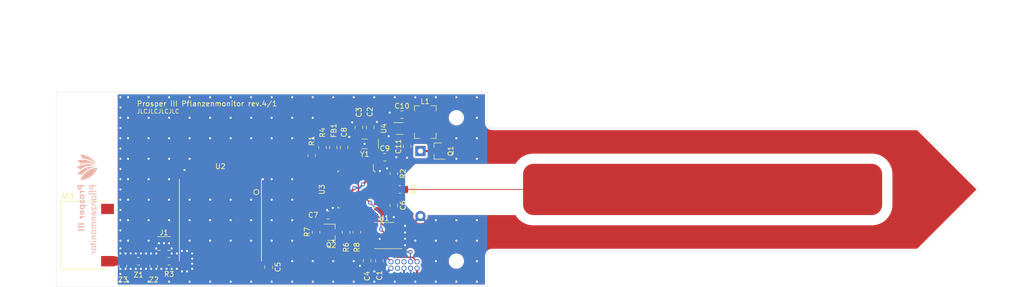
<source format=kicad_pcb>
(kicad_pcb (version 20171130) (host pcbnew "(5.1.12-1-10_14)")
  (layers (0 F.Cu signal) (31 B.Cu signal) (34 B.Paste user) (35 F.Paste user) (36 B.SilkS user) (37 F.SilkS user) (38 B.Mask user) (39 F.Mask user) (44 Edge.Cuts user))
  (net 0 "")
  (net 1 "Net-(AE1-Pad1)")
  (net 2 GND)
  (net 3 "Net-(BT1-Pad1)")
  (net 4 VI2C)
  (net 5 +3V3)
  (net 6 VIN_SENSE)
  (net 7 +3.3VA)
  (net 8 NRST)
  (net 9 "Net-(J1-Pad1)")
  (net 10 SWDIO)
  (net 11 SWCLK)
  (net 12 "Net-(J2-Pad8)")
  (net 13 "Net-(J2-Pad7)")
  (net 14 "Net-(J2-Pad6)")
  (net 15 "Net-(L1-Pad1)")
  (net 16 I2C_ENABLE)
  (net 17 SCL)
  (net 18 SDA)
  (net 19 RFM95_NRST)
  (net 20 MISO)
  (net 21 MOSI)
  (net 22 SCK)
  (net 23 RFM95_NSS)
  (net 24 RFM95_DIO5)
  (net 25 "Net-(U2-Pad11)")
  (net 26 "Net-(U2-Pad12)")
  (net 27 "Net-(U2-Pad16)")
  (net 28 TSC_IO1)
  (net 29 SENSOR_PLANE)
  (net 30 RFM95_DIO0)
  (net 31 RFM95_DIO1)
  (net 32 "Net-(C2-Pad1)")
  (net 33 "Net-(C3-Pad1)")
  (net 34 "Net-(R2-Pad1)")
  (net 35 "Net-(R3-Pad1)")
  (net 36 "Net-(R4-Pad2)")
  (net 37 "Net-(U3-Pad7)")
  (net 38 "Net-(U3-Pad21)")
  (net 39 "Net-(U3-Pad22)")
  (net 40 "Net-(U3-Pad25)")
  (net 41 "Net-(U3-Pad26)")
  (net 42 "Net-(U3-Pad29)")
  (net 43 "Net-(U3-Pad30)")
  (net 44 TSC_IO2)
  (module Resistor_SMD:R_0805_2012Metric_Pad1.20x1.40mm_HandSolder (layer F.Cu) (at 127 100 180)
    (fp_text reference R5 (at -2.7 0 90) (layer F.SilkS))
    (fp_text value 100)
    (pad 2 smd roundrect (at 1 0 180) (size 1.2 1.4) (layers F.Cu F.Paste F.Mask) (roundrect_rratio 0.2083325) (net 44 TSC_IO2))
    (pad 1 smd roundrect (at -1 0 180) (size 1.2 1.4) (layers F.Cu F.Paste F.Mask) (roundrect_rratio 0.2083325) (net 29 SENSOR_PLANE))
  )
  (module my-footprints-library:ProsperIIIPflanzenMonitorLogo (layer B.Cu) (at 66 103 270)
    (fp_text reference G*** hide)
    (fp_text value LOGO hide)
  )
  (module Crystal:Crystal_SMD_EuroQuartz_EQ161-2Pin_3.2x1.5mm_HandSoldering (layer F.Cu) (at 120.1 91.1 180)
    (fp_text reference Y1 (at -0.025 -2) (layer F.SilkS))
    (fp_text value 32768Hz)
    (pad 2 smd rect (at 1.625 0 180) (size 1.75 1.8) (layers F.Cu F.Paste F.Mask) (net 33 "Net-(C3-Pad1)"))
    (pad 1 smd rect (at -1.625 0 180) (size 1.75 1.8) (layers F.Cu F.Paste F.Mask) (net 32 "Net-(C2-Pad1)"))
  )
  (module Capacitor_SMD:C_0805_2012Metric_Pad1.18x1.45mm_HandSolder (layer F.Cu) (at 119 87.8625 90)
    (fp_text reference C3 (at 2.9125 0 270) (layer F.SilkS))
    (fp_text value 15pF)
    (pad 2 smd roundrect (at 1.0375 0 90) (size 1.175 1.45) (layers F.Cu F.Paste F.Mask) (roundrect_rratio 0.2127659574468085) (net 2 GND))
    (pad 1 smd roundrect (at -1.0375 0 90) (size 1.175 1.45) (layers F.Cu F.Paste F.Mask) (roundrect_rratio 0.2127659574468085) (net 33 "Net-(C3-Pad1)"))
  )
  (module Capacitor_SMD:C_0805_2012Metric_Pad1.18x1.45mm_HandSolder (layer F.Cu) (at 121.2 87.8625 90)
    (fp_text reference C2 (at 3.0125 -0.05 90) (layer F.SilkS))
    (fp_text value 15pF)
    (pad 2 smd roundrect (at 1.0375 0 90) (size 1.175 1.45) (layers F.Cu F.Paste F.Mask) (roundrect_rratio 0.2127659574468085) (net 2 GND))
    (pad 1 smd roundrect (at -1.0375 0 90) (size 1.175 1.45) (layers F.Cu F.Paste F.Mask) (roundrect_rratio 0.2127659574468085) (net 32 "Net-(C2-Pad1)"))
  )
  (module MountingHole:MountingHole_2.2mm_M2 (layer F.Cu) (at 138 114)
    (fp_text reference H3 hide)
    (fp_text value MountingHole)
    (pad 1 np_thru_hole circle (at 0 0) (size 2.2 2.2) (drill 2.2) (layers *.Cu *.Mask))
  )
  (module MountingHole:MountingHole_2.2mm_M2 (layer F.Cu) (at 138 86)
    (fp_text reference H2 hide)
    (fp_text value MountingHole)
    (pad 1 np_thru_hole circle (at 0 0) (size 2.2 2.2) (drill 2.2) (layers *.Cu *.Mask))
  )
  (module MountingHole:MountingHole_2.2mm_M2 (layer F.Cu) (at 65 86)
    (fp_text reference H1 hide)
    (fp_text value MountingHole)
    (pad 1 np_thru_hole circle (at 0 0) (size 2.2 2.2) (drill 2.2) (layers *.Cu *.Mask))
  )
  (module my-footprints-library:BatteryHolder_Keystone_2468_2xAAA_NoSilkscreen (layer B.Cu) (at 131 92.5 180)
    (fp_text reference BT1 hide)
    (fp_text value Keystone-2462)
    (pad 2 thru_hole circle (at 0 -12.7 180) (size 2 2) (drill 1.02) (layers *.Cu *.Mask) (net 2 GND))
    (pad 1 thru_hole rect (at 0 0 180) (size 2 2) (drill 1.02) (layers *.Cu *.Mask) (net 3 "Net-(BT1-Pad1)"))
  )
  (module my-footprints-library:SHF-105-01-L-D-TH_NoSilkscreen (layer B.Cu) (at 127.8 114.75 180)
    (fp_text reference J2 hide)
    (fp_text value SHF-105-01-L-D-TH)
    (pad 2 thru_hole circle (at -2.54 0.635 180) (size 1 1) (drill 0.65) (layers *.Cu *.Mask) (net 10 SWDIO))
    (pad 4 thru_hole circle (at -1.27 0.635 180) (size 1 1) (drill 0.65) (layers *.Cu *.Mask) (net 11 SWCLK))
    (pad 10 thru_hole circle (at 2.54 0.635 180) (size 1 1) (drill 0.65) (layers *.Cu *.Mask) (net 8 NRST))
    (pad 8 thru_hole circle (at 1.27 0.635 180) (size 1 1) (drill 0.65) (layers *.Cu *.Mask) (net 12 "Net-(J2-Pad8)"))
    (pad 9 thru_hole circle (at 2.54 -0.635 180) (size 1 1) (drill 0.65) (layers *.Cu *.Mask) (net 2 GND))
    (pad 7 thru_hole circle (at 1.27 -0.635 180) (size 1 1) (drill 0.65) (layers *.Cu *.Mask) (net 13 "Net-(J2-Pad7)"))
    (pad 1 thru_hole circle (at -2.54 -0.635 180) (size 1 1) (drill 0.65) (layers *.Cu *.Mask) (net 5 +3V3))
    (pad 3 thru_hole circle (at -1.27 -0.635 180) (size 1 1) (drill 0.65) (layers *.Cu *.Mask) (net 2 GND))
    (pad 6 thru_hole circle (at 0 0.635 180) (size 1 1) (drill 0.65) (layers *.Cu *.Mask) (net 14 "Net-(J2-Pad6)"))
    (pad 5 thru_hole circle (at 0 -0.635 180) (size 1 1) (drill 0.65) (layers *.Cu *.Mask) (net 2 GND))
  )
  (module Capacitor_SMD:C_0805_2012Metric_Pad1.18x1.45mm_HandSolder (layer F.Cu) (at 125.8 103.1375 270)
    (fp_text reference C6 (at -0.0375 -1.8 90) (layer F.SilkS))
    (fp_text value 100nF)
    (pad 2 smd roundrect (at 1.0375 0 270) (size 1.175 1.45) (layers F.Cu F.Paste F.Mask) (roundrect_rratio 0.2127659574468085) (net 2 GND))
    (pad 1 smd roundrect (at -1.0375 0 270) (size 1.175 1.45) (layers F.Cu F.Paste F.Mask) (roundrect_rratio 0.2127659574468085) (net 28 TSC_IO1))
  )
  (module Resistor_SMD:R_0805_2012Metric_Pad1.20x1.40mm_HandSolder (layer F.Cu) (at 73 115 90)
    (fp_text reference Z3 (at -2.625 0) (layer F.SilkS))
    (fp_text value 900fF)
    (pad 2 smd roundrect (at 1 0 90) (size 1.2 1.4) (layers F.Cu F.Paste F.Mask) (roundrect_rratio 0.2083325) (net 1 "Net-(AE1-Pad1)"))
    (pad 1 smd roundrect (at -1 0 90) (size 1.2 1.4) (layers F.Cu F.Paste F.Mask) (roundrect_rratio 0.2083325) (net 2 GND))
  )
  (module Resistor_SMD:R_0805_2012Metric_Pad1.20x1.40mm_HandSolder (layer F.Cu) (at 76 114 180)
    (fp_text reference Z1 (at -0.025 -2.675 180) (layer F.SilkS))
    (fp_text value 11nH)
    (pad 2 smd roundrect (at 1 0 180) (size 1.2 1.4) (layers F.Cu F.Paste F.Mask) (roundrect_rratio 0.2083325) (net 1 "Net-(AE1-Pad1)"))
    (pad 1 smd roundrect (at -1 0 180) (size 1.2 1.4) (layers F.Cu F.Paste F.Mask) (roundrect_rratio 0.2083325) (net 9 "Net-(J1-Pad1)"))
  )
  (module Resistor_SMD:R_0805_2012Metric_Pad1.20x1.40mm_HandSolder (layer F.Cu) (at 79 115 270)
    (fp_text reference Z2 (at 2.625 -0.025) (layer F.SilkS))
    (fp_text value NC)
    (pad 2 smd roundrect (at 1 0 270) (size 1.2 1.4) (layers F.Cu F.Paste F.Mask) (roundrect_rratio 0.2083325) (net 2 GND))
    (pad 1 smd roundrect (at -1 0 270) (size 1.2 1.4) (layers F.Cu F.Paste F.Mask) (roundrect_rratio 0.2083325) (net 9 "Net-(J1-Pad1)"))
  )
  (module my-footprints-library:LQFP-32_7x7mm_P0.8mm_HandSolder (layer F.Cu) (at 118.5 100 270)
    (fp_text reference U3 (at 0 6.7 270) (layer F.SilkS))
    (fp_text value STM32L412KB)
    (pad 1 smd roundrect (at -4.575 -2.8 270) (size 2.3 0.5) (layers F.Cu F.Paste F.Mask) (net 5 +3V3))
    (pad 2 smd roundrect (at -4.575 -2 270) (size 2.3 0.5) (layers F.Cu F.Paste F.Mask) (net 32 "Net-(C2-Pad1)"))
    (pad 3 smd roundrect (at -4.575 -1.2 270) (size 2.3 0.5) (layers F.Cu F.Paste F.Mask) (net 33 "Net-(C3-Pad1)"))
    (pad 4 smd roundrect (at -4.575 -0.4 270) (size 2.3 0.5) (layers F.Cu F.Paste F.Mask) (net 8 NRST))
    (pad 5 smd roundrect (at -4.575 0.4 270) (size 2.3 0.5) (layers F.Cu F.Paste F.Mask) (net 7 +3.3VA))
    (pad 6 smd roundrect (at -4.575 1.2 270) (size 2.3 0.5) (layers F.Cu F.Paste F.Mask) (net 36 "Net-(R4-Pad2)"))
    (pad 7 smd roundrect (at -4.575 2 270) (size 2.3 0.5) (layers F.Cu F.Paste F.Mask) (net 37 "Net-(U3-Pad7)"))
    (pad 8 smd roundrect (at -4.575 2.8 270) (size 2.3 0.5) (layers F.Cu F.Paste F.Mask) (net 24 RFM95_DIO5))
    (pad 9 smd roundrect (at -2.8 4.575 270) (size 0.5 2.3) (layers F.Cu F.Paste F.Mask) (net 19 RFM95_NRST))
    (pad 10 smd roundrect (at -2 4.575 270) (size 0.5 2.3) (layers F.Cu F.Paste F.Mask) (net 23 RFM95_NSS))
    (pad 11 smd roundrect (at -1.2 4.575 270) (size 0.5 2.3) (layers F.Cu F.Paste F.Mask) (net 22 SCK))
    (pad 12 smd roundrect (at -0.4 4.575 270) (size 0.5 2.3) (layers F.Cu F.Paste F.Mask) (net 20 MISO))
    (pad 13 smd roundrect (at 0.4 4.575 270) (size 0.5 2.3) (layers F.Cu F.Paste F.Mask) (net 21 MOSI))
    (pad 14 smd roundrect (at 1.2 4.575 270) (size 0.5 2.3) (layers F.Cu F.Paste F.Mask) (net 30 RFM95_DIO0))
    (pad 15 smd roundrect (at 2 4.575 270) (size 0.5 2.3) (layers F.Cu F.Paste F.Mask) (net 31 RFM95_DIO1))
    (pad 16 smd roundrect (at 2.8 4.575 270) (size 0.5 2.3) (layers F.Cu F.Paste F.Mask) (net 2 GND))
    (pad 17 smd roundrect (at 4.575 2.8 270) (size 2.3 0.5) (layers F.Cu F.Paste F.Mask) (net 5 +3V3))
    (pad 18 smd roundrect (at 4.575 2 270) (size 2.3 0.5) (layers F.Cu F.Paste F.Mask) (net 16 I2C_ENABLE))
    (pad 19 smd roundrect (at 4.575 1.2 270) (size 2.3 0.5) (layers F.Cu F.Paste F.Mask) (net 17 SCL))
    (pad 20 smd roundrect (at 4.575 0.4 270) (size 2.3 0.5) (layers F.Cu F.Paste F.Mask) (net 18 SDA))
    (pad 21 smd roundrect (at 4.575 -0.4 270) (size 2.3 0.5) (layers F.Cu F.Paste F.Mask) (net 38 "Net-(U3-Pad21)"))
    (pad 22 smd roundrect (at 4.575 -1.2 270) (size 2.3 0.5) (layers F.Cu F.Paste F.Mask) (net 39 "Net-(U3-Pad22)"))
    (pad 23 smd roundrect (at 4.575 -2 270) (size 2.3 0.5) (layers F.Cu F.Paste F.Mask) (net 10 SWDIO))
    (pad 24 smd roundrect (at 4.575 -2.8 270) (size 2.3 0.5) (layers F.Cu F.Paste F.Mask) (net 11 SWCLK))
    (pad 25 smd roundrect (at 2.8 -4.575 270) (size 0.5 2.3) (layers F.Cu F.Paste F.Mask) (net 40 "Net-(U3-Pad25)"))
    (pad 26 smd roundrect (at 2 -4.575 270) (size 0.5 2.3) (layers F.Cu F.Paste F.Mask) (net 41 "Net-(U3-Pad26)"))
    (pad 27 smd roundrect (at 1.2 -4.575 270) (size 0.5 2.3) (layers F.Cu F.Paste F.Mask) (net 28 TSC_IO1))
    (pad 28 smd roundrect (at 0.4 -4.575 270) (size 0.5 2.3) (layers F.Cu F.Paste F.Mask) (net 44 TSC_IO2))
    (pad 29 smd roundrect (at -0.4 -4.575 270) (size 0.5 2.3) (layers F.Cu F.Paste F.Mask) (net 42 "Net-(U3-Pad29)"))
    (pad 30 smd roundrect (at -1.2 -4.575 270) (size 0.5 2.3) (layers F.Cu F.Paste F.Mask) (net 43 "Net-(U3-Pad30)"))
    (pad 31 smd roundrect (at -2 -4.575 270) (size 0.5 2.3) (layers F.Cu F.Paste F.Mask) (net 34 "Net-(R2-Pad1)"))
    (pad 32 smd roundrect (at -2.8 -4.575 270) (size 0.5 2.3) (layers F.Cu F.Paste F.Mask) (net 2 GND))
  )
  (module Package_TO_SOT_SMD:SOT-363_SC-70-6_Handsoldering (layer F.Cu) (at 126.95 88.1)
    (fp_text reference U4 (at -3.1 0 270) (layer F.SilkS))
    (fp_text value TLV61225)
    (pad 6 smd rect (at 1.33 -0.65) (size 1.5 0.4) (layers F.Cu F.Paste F.Mask) (net 6 VIN_SENSE))
    (pad 5 smd rect (at 1.33 0) (size 1.5 0.4) (layers F.Cu F.Paste F.Mask) (net 15 "Net-(L1-Pad1)"))
    (pad 4 smd rect (at 1.33 0.65) (size 1.5 0.4) (layers F.Cu F.Paste F.Mask) (net 5 +3V3))
    (pad 3 smd rect (at -1.33 0.65) (size 1.5 0.4) (layers F.Cu F.Paste F.Mask) (net 2 GND))
    (pad 2 smd rect (at -1.33 0) (size 1.5 0.4) (layers F.Cu F.Paste F.Mask) (net 5 +3V3))
    (pad 1 smd rect (at -1.33 -0.65) (size 1.5 0.4) (layers F.Cu F.Paste F.Mask) (net 6 VIN_SENSE))
  )
  (module my-footprints-library:RFM95W (layer F.Cu) (at 92 106 270)
    (fp_text reference U2 (at -10.5 0 180) (layer F.SilkS))
    (fp_text value RFM95W)
    (pad 1 smd rect (at -8 -7 270) (size 2.5 1.2) (layers F.Cu F.Paste F.Mask) (net 2 GND))
    (pad 2 smd rect (at -8 -5 270) (size 2.5 1.2) (layers F.Cu F.Paste F.Mask) (net 20 MISO))
    (pad 3 smd rect (at -8 -3 270) (size 2.5 1.2) (layers F.Cu F.Paste F.Mask) (net 21 MOSI))
    (pad 4 smd rect (at -8 -1 270) (size 2.5 1.2) (layers F.Cu F.Paste F.Mask) (net 22 SCK))
    (pad 5 smd rect (at -8 1 270) (size 2.5 1.2) (layers F.Cu F.Paste F.Mask) (net 23 RFM95_NSS))
    (pad 6 smd rect (at -8 3 270) (size 2.5 1.2) (layers F.Cu F.Paste F.Mask) (net 19 RFM95_NRST))
    (pad 7 smd rect (at -8 5 270) (size 2.5 1.2) (layers F.Cu F.Paste F.Mask) (net 24 RFM95_DIO5))
    (pad 8 smd rect (at -8 7 270) (size 2.5 1.2) (layers F.Cu F.Paste F.Mask) (net 2 GND))
    (pad 9 smd rect (at 8 7 270) (size 2.5 1.2) (layers F.Cu F.Paste F.Mask) (net 35 "Net-(R3-Pad1)"))
    (pad 10 smd rect (at 8 5 270) (size 2.5 1.2) (layers F.Cu F.Paste F.Mask) (net 2 GND))
    (pad 11 smd rect (at 8 3 270) (size 2.5 1.2) (layers F.Cu F.Paste F.Mask) (net 25 "Net-(U2-Pad11)"))
    (pad 12 smd rect (at 8 1 270) (size 2.5 1.2) (layers F.Cu F.Paste F.Mask) (net 26 "Net-(U2-Pad12)"))
    (pad 13 smd rect (at 8 -1 270) (size 2.5 1.2) (layers F.Cu F.Paste F.Mask) (net 5 +3V3))
    (pad 14 smd rect (at 8 -3 270) (size 2.5 1.2) (layers F.Cu F.Paste F.Mask) (net 30 RFM95_DIO0))
    (pad 15 smd rect (at 8 -5 270) (size 2.5 1.2) (layers F.Cu F.Paste F.Mask) (net 31 RFM95_DIO1))
    (pad 16 smd rect (at 8 -7 270) (size 2.5 1.2) (layers F.Cu F.Paste F.Mask) (net 27 "Net-(U2-Pad16)"))
  )
  (module Package_SO:SOIC-8_3.9x4.9mm_P1.27mm (layer F.Cu) (at 123.95 109 180)
    (fp_text reference U1 (at 0.05 3.4 180) (layer F.SilkS))
    (fp_text value 24LC32)
    (pad 8 smd roundrect (at 2.475 -1.905 180) (size 1.95 0.6) (layers F.Cu F.Paste F.Mask) (net 4 VI2C))
    (pad 7 smd roundrect (at 2.475 -0.635 180) (size 1.95 0.6) (layers F.Cu F.Paste F.Mask) (net 2 GND))
    (pad 6 smd roundrect (at 2.475 0.635 180) (size 1.95 0.6) (layers F.Cu F.Paste F.Mask) (net 17 SCL))
    (pad 5 smd roundrect (at 2.475 1.905 180) (size 1.95 0.6) (layers F.Cu F.Paste F.Mask) (net 18 SDA))
    (pad 4 smd roundrect (at -2.475 1.905 180) (size 1.95 0.6) (layers F.Cu F.Paste F.Mask) (net 2 GND))
    (pad 3 smd roundrect (at -2.475 0.635 180) (size 1.95 0.6) (layers F.Cu F.Paste F.Mask) (net 2 GND))
    (pad 2 smd roundrect (at -2.475 -0.635 180) (size 1.95 0.6) (layers F.Cu F.Paste F.Mask) (net 2 GND))
    (pad 1 smd roundrect (at -2.475 -1.905 180) (size 1.95 0.6) (layers F.Cu F.Paste F.Mask) (net 2 GND))
  )
  (module Resistor_SMD:R_0805_2012Metric_Pad1.20x1.40mm_HandSolder (layer F.Cu) (at 125.8 96.9 90)
    (fp_text reference R2 (at 0 1.8 90) (layer F.SilkS))
    (fp_text value 10k)
    (pad 2 smd roundrect (at 1 0 90) (size 1.2 1.4) (layers F.Cu F.Paste F.Mask) (roundrect_rratio 0.2083325) (net 2 GND))
    (pad 1 smd roundrect (at -1 0 90) (size 1.2 1.4) (layers F.Cu F.Paste F.Mask) (roundrect_rratio 0.2083325) (net 34 "Net-(R2-Pad1)"))
  )
  (module Resistor_SMD:R_0805_2012Metric_Pad1.20x1.40mm_HandSolder (layer F.Cu) (at 111.9 91.8 270)
    (fp_text reference R4 (at -2.9 0 90) (layer F.SilkS))
    (fp_text value 100)
    (pad 2 smd roundrect (at 1 0 270) (size 1.2 1.4) (layers F.Cu F.Paste F.Mask) (roundrect_rratio 0.2083325) (net 36 "Net-(R4-Pad2)"))
    (pad 1 smd roundrect (at -1 0 270) (size 1.2 1.4) (layers F.Cu F.Paste F.Mask) (roundrect_rratio 0.2083325) (net 6 VIN_SENSE))
  )
  (module Resistor_SMD:R_0805_2012Metric_Pad1.20x1.40mm_HandSolder (layer F.Cu) (at 82 114 180)
    (fp_text reference R3 (at 0 -2.55 180) (layer F.SilkS))
    (fp_text value 0)
    (pad 2 smd roundrect (at 1 0 180) (size 1.2 1.4) (layers F.Cu F.Paste F.Mask) (roundrect_rratio 0.2083325) (net 9 "Net-(J1-Pad1)"))
    (pad 1 smd roundrect (at -1 0 180) (size 1.2 1.4) (layers F.Cu F.Paste F.Mask) (roundrect_rratio 0.2083325) (net 35 "Net-(R3-Pad1)"))
  )
  (module Resistor_SMD:R_0805_2012Metric_Pad1.20x1.40mm_HandSolder (layer F.Cu) (at 109.8 93.4 270)
    (fp_text reference R1 (at -2.9 0 90) (layer F.SilkS))
    (fp_text value 100k)
    (pad 2 smd roundrect (at 1 0 270) (size 1.2 1.4) (layers F.Cu F.Paste F.Mask) (roundrect_rratio 0.2083325) (net 19 RFM95_NRST))
    (pad 1 smd roundrect (at -1 0 270) (size 1.2 1.4) (layers F.Cu F.Paste F.Mask) (roundrect_rratio 0.2083325) (net 5 +3V3))
  )
  (module Resistor_SMD:R_0805_2012Metric_Pad1.20x1.40mm_HandSolder (layer F.Cu) (at 118.6 108.36 90)
    (fp_text reference R8 (at -2.94 0 90) (layer F.SilkS))
    (fp_text value 4.7k)
    (pad 2 smd roundrect (at 1 0 90) (size 1.2 1.4) (layers F.Cu F.Paste F.Mask) (roundrect_rratio 0.2083325) (net 18 SDA))
    (pad 1 smd roundrect (at -1 0 90) (size 1.2 1.4) (layers F.Cu F.Paste F.Mask) (roundrect_rratio 0.2083325) (net 4 VI2C))
  )
  (module Resistor_SMD:R_0805_2012Metric_Pad1.20x1.40mm_HandSolder (layer F.Cu) (at 116.5 108.36 90)
    (fp_text reference R6 (at -2.94 0 90) (layer F.SilkS))
    (fp_text value 4.7k)
    (pad 2 smd roundrect (at 1 0 90) (size 1.2 1.4) (layers F.Cu F.Paste F.Mask) (roundrect_rratio 0.2083325) (net 17 SCL))
    (pad 1 smd roundrect (at -1 0 90) (size 1.2 1.4) (layers F.Cu F.Paste F.Mask) (roundrect_rratio 0.2083325) (net 4 VI2C))
  )
  (module Resistor_SMD:R_0805_2012Metric_Pad1.20x1.40mm_HandSolder (layer F.Cu) (at 110.65 108.36 270)
    (fp_text reference R7 (at -0.06 1.75 270) (layer F.SilkS))
    (fp_text value 100k)
    (pad 2 smd roundrect (at 1 0 270) (size 1.2 1.4) (layers F.Cu F.Paste F.Mask) (roundrect_rratio 0.2083325) (net 5 +3V3))
    (pad 1 smd roundrect (at -1 0 270) (size 1.2 1.4) (layers F.Cu F.Paste F.Mask) (roundrect_rratio 0.2083325) (net 16 I2C_ENABLE))
  )
  (module Package_TO_SOT_SMD:SOT-23 (layer F.Cu) (at 134.4 92.5 180)
    (fp_text reference Q1 (at -2.5 0 270) (layer F.SilkS))
    (fp_text value TSM260P02)
    (pad 3 smd rect (at 1 0 180) (size 0.9 0.8) (layers F.Cu F.Paste F.Mask) (net 3 "Net-(BT1-Pad1)"))
    (pad 2 smd rect (at -1 0.95 180) (size 0.9 0.8) (layers F.Cu F.Paste F.Mask) (net 6 VIN_SENSE))
    (pad 1 smd rect (at -1 -0.95 180) (size 0.9 0.8) (layers F.Cu F.Paste F.Mask) (net 2 GND))
  )
  (module Package_TO_SOT_SMD:SOT-23 (layer F.Cu) (at 113.6 108.36)
    (fp_text reference Q2 (at 0 2.5) (layer F.SilkS))
    (fp_text value PMV250EPEA)
    (pad 3 smd rect (at 1 0) (size 0.9 0.8) (layers F.Cu F.Paste F.Mask) (net 4 VI2C))
    (pad 2 smd rect (at -1 0.95) (size 0.9 0.8) (layers F.Cu F.Paste F.Mask) (net 5 +3V3))
    (pad 1 smd rect (at -1 -0.95) (size 0.9 0.8) (layers F.Cu F.Paste F.Mask) (net 16 I2C_ENABLE))
  )
  (module my-footprints-library:L_Bourns-SRN4018_3DModel_HandSolder (layer F.Cu) (at 131.95 86.85 90)
    (fp_text reference L1 (at 4.05 -0.05 180) (layer F.SilkS))
    (fp_text value 4.7uH)
    (pad 2 smd rect (at 1.925 0 90) (size 2.3 3.6) (layers F.Cu F.Paste F.Mask) (net 6 VIN_SENSE))
    (pad 1 smd rect (at -1.925 0 90) (size 2.3 3.6) (layers F.Cu F.Paste F.Mask) (net 15 "Net-(L1-Pad1)"))
  )
  (module my-footprints-library:CONUFL001-SMD (layer F.Cu) (at 81 110.5)
    (fp_text reference J1 (at 0 -2.1) (layer F.SilkS))
    (fp_text value CONUFL001-SMD-T)
    (pad 1 smd rect (at 0 1.525) (size 1 1.05) (layers F.Cu F.Paste F.Mask) (net 9 "Net-(J1-Pad1)"))
    (pad 2 smd rect (at 1.475 0) (size 1.05 2.2) (layers F.Cu F.Paste F.Mask) (net 2 GND))
    (pad 2 smd rect (at -1.475 0) (size 1.05 2.2) (layers F.Cu F.Paste F.Mask) (net 2 GND))
  )
  (module Inductor_SMD:L_0805_2012Metric_Pad1.15x1.40mm_HandSolder (layer F.Cu) (at 114 91.8 270)
    (fp_text reference FB1 (at -3.3 -0.1 90) (layer F.SilkS))
    (fp_text value WE742792040)
    (pad 2 smd roundrect (at 1.025 0 270) (size 1.15 1.4) (layers F.Cu F.Paste F.Mask) (roundrect_rratio 0.2173904347826087) (net 7 +3.3VA))
    (pad 1 smd roundrect (at -1.025 0 270) (size 1.15 1.4) (layers F.Cu F.Paste F.Mask) (roundrect_rratio 0.2173904347826087) (net 5 +3V3))
  )
  (module Capacitor_SMD:C_0805_2012Metric_Pad1.18x1.45mm_HandSolder (layer F.Cu) (at 123 113.9 270)
    (fp_text reference C1 (at 2.9 0 270) (layer F.SilkS))
    (fp_text value 100nF)
    (pad 2 smd roundrect (at 1.0375 0 270) (size 1.175 1.45) (layers F.Cu F.Paste F.Mask) (roundrect_rratio 0.2127659574468085) (net 2 GND))
    (pad 1 smd roundrect (at -1.0375 0 270) (size 1.175 1.45) (layers F.Cu F.Paste F.Mask) (roundrect_rratio 0.2127659574468085) (net 8 NRST))
  )
  (module Capacitor_SMD:C_0805_2012Metric_Pad1.18x1.45mm_HandSolder (layer F.Cu) (at 124.0375 93.7)
    (fp_text reference C9 (at 0.0125 -1.7) (layer F.SilkS))
    (fp_text value 100nF)
    (pad 2 smd roundrect (at 1.0375 0) (size 1.175 1.45) (layers F.Cu F.Paste F.Mask) (roundrect_rratio 0.2127659574468085) (net 2 GND))
    (pad 1 smd roundrect (at -1.0375 0) (size 1.175 1.45) (layers F.Cu F.Paste F.Mask) (roundrect_rratio 0.2127659574468085) (net 5 +3V3))
  )
  (module Capacitor_SMD:C_0805_2012Metric_Pad1.18x1.45mm_HandSolder (layer F.Cu) (at 113 105 180)
    (fp_text reference C7 (at 2.9 0 180) (layer F.SilkS))
    (fp_text value 100nF)
    (pad 2 smd roundrect (at 1.0375 0 180) (size 1.175 1.45) (layers F.Cu F.Paste F.Mask) (roundrect_rratio 0.2127659574468085) (net 2 GND))
    (pad 1 smd roundrect (at -1.0375 0 180) (size 1.175 1.45) (layers F.Cu F.Paste F.Mask) (roundrect_rratio 0.2127659574468085) (net 5 +3V3))
  )
  (module Capacitor_SMD:C_0805_2012Metric_Pad1.18x1.45mm_HandSolder (layer F.Cu) (at 116.1 91.8 90)
    (fp_text reference C8 (at 2.9625 0 90) (layer F.SilkS))
    (fp_text value 100nF)
    (pad 2 smd roundrect (at 1.0375 0 90) (size 1.175 1.45) (layers F.Cu F.Paste F.Mask) (roundrect_rratio 0.2127659574468085) (net 2 GND))
    (pad 1 smd roundrect (at -1.0375 0 90) (size 1.175 1.45) (layers F.Cu F.Paste F.Mask) (roundrect_rratio 0.2127659574468085) (net 7 +3.3VA))
  )
  (module Capacitor_SMD:C_0805_2012Metric_Pad1.18x1.45mm_HandSolder (layer F.Cu) (at 127.4 85.4 180)
    (fp_text reference C10 (at 0 1.7) (layer F.SilkS))
    (fp_text value 10uF)
    (pad 2 smd roundrect (at 1.0375 0 180) (size 1.175 1.45) (layers F.Cu F.Paste F.Mask) (roundrect_rratio 0.2127659574468085) (net 2 GND))
    (pad 1 smd roundrect (at -1.0375 0 180) (size 1.175 1.45) (layers F.Cu F.Paste F.Mask) (roundrect_rratio 0.2127659574468085) (net 6 VIN_SENSE))
  )
  (module Capacitor_SMD:C_0805_2012Metric_Pad1.18x1.45mm_HandSolder (layer F.Cu) (at 128.4 91.6 270)
    (fp_text reference C11 (at 0 1.7 270) (layer F.SilkS))
    (fp_text value 10uF)
    (pad 2 smd roundrect (at 1.0375 0 270) (size 1.175 1.45) (layers F.Cu F.Paste F.Mask) (roundrect_rratio 0.2127659574468085) (net 2 GND))
    (pad 1 smd roundrect (at -1.0375 0 270) (size 1.175 1.45) (layers F.Cu F.Paste F.Mask) (roundrect_rratio 0.2127659574468085) (net 5 +3V3))
  )
  (module Capacitor_SMD:C_0805_2012Metric_Pad1.18x1.45mm_HandSolder (layer F.Cu) (at 101.4 115.1625 90)
    (fp_text reference C5 (at 0 1.8 90) (layer F.SilkS))
    (fp_text value 100nF)
    (pad 2 smd roundrect (at 1.0375 0 90) (size 1.175 1.45) (layers F.Cu F.Paste F.Mask) (roundrect_rratio 0.2127659574468085) (net 2 GND))
    (pad 1 smd roundrect (at -1.0375 0 90) (size 1.175 1.45) (layers F.Cu F.Paste F.Mask) (roundrect_rratio 0.2127659574468085) (net 5 +3V3))
  )
  (module Capacitor_SMD:C_0805_2012Metric_Pad1.18x1.45mm_HandSolder (layer F.Cu) (at 120.6 113.9 270)
    (fp_text reference C4 (at 3 0 90) (layer F.SilkS))
    (fp_text value 100nF)
    (pad 2 smd roundrect (at 1.0375 0 270) (size 1.175 1.45) (layers F.Cu F.Paste F.Mask) (roundrect_rratio 0.2127659574468085) (net 2 GND))
    (pad 1 smd roundrect (at -1.0375 0 270) (size 1.175 1.45) (layers F.Cu F.Paste F.Mask) (roundrect_rratio 0.2127659574468085) (net 4 VI2C))
  )
  (module my-footprints-library:Linx_ANT-868-uSP410 (layer F.Cu) (at 70 108.9 90)
    (fp_text reference AE1 (at 7.6 -7.7 180) (layer F.SilkS))
    (fp_text value ANT-868-uSP410)
    (pad 2 smd rect (at 5.1 0 90) (size 2 2.5) (layers F.Cu F.Paste F.Mask))
    (pad 1 smd rect (at -5.1 0 90) (size 2 2.5) (layers F.Cu F.Paste F.Mask) (net 1 "Net-(AE1-Pad1)"))
  )
  (gr_text "Prosper III Pflanzenmonitor rev.4/1" (at 75.651429 83.25) (layer F.SilkS) (effects (font (size 1 1)) (justify left)))
  (gr_text JLCJLCJLCJLC (at 75.651429 84.75) (layer F.SilkS) (effects (font (size 0.8 0.8) (thickness 0.12)) (justify left)))
  (gr_arc (start 145 87) (end 144 87) (angle -90) (layer Edge.Cuts) (width 0.05))
  (gr_arc (start 145 113) (end 145 112) (angle -90) (layer Edge.Cuts) (width 0.05))
  (gr_line (start 60 119) (end 60 81) (layer Edge.Cuts) (width 0.05))
  (gr_line (start 144 119) (end 60 119) (layer Edge.Cuts) (width 0.05))
  (gr_line (start 144 113) (end 144 119) (layer Edge.Cuts) (width 0.05))
  (gr_line (start 228 112) (end 145 112) (layer Edge.Cuts) (width 0.05))
  (gr_line (start 240 100) (end 228 112) (layer Edge.Cuts) (width 0.05))
  (gr_line (start 228 88) (end 240 100) (layer Edge.Cuts) (width 0.05))
  (gr_line (start 145 88) (end 228 88) (layer Edge.Cuts) (width 0.05))
  (gr_line (start 144 81) (end 144 87) (layer Edge.Cuts) (width 0.05))
  (gr_line (start 60 81) (end 144 81) (layer Edge.Cuts) (width 0.05))
  (via (at 138 90) (size 0.8) (drill 0.4) (layers F.Cu B.Cu) (net 2))
  (via (at 134 114) (size 0.8) (drill 0.4) (layers F.Cu B.Cu) (net 2))
  (via (at 74 86) (size 0.8) (drill 0.4) (layers F.Cu B.Cu) (net 2))
  (via (at 94 118) (size 0.8) (drill 0.4) (layers F.Cu B.Cu) (net 2))
  (via (at 72.5 118) (size 0.8) (drill 0.4) (layers F.Cu B.Cu) (net 2))
  (via (at 72.5 111.5) (size 0.8) (drill 0.4) (layers F.Cu B.Cu) (net 2))
  (via (at 72.5 82) (size 0.8) (drill 0.4) (layers F.Cu B.Cu) (net 2))
  (via (at 72.5 84) (size 0.8) (drill 0.4) (layers F.Cu B.Cu) (net 2))
  (via (at 72.5 86) (size 0.8) (drill 0.4) (layers F.Cu B.Cu) (net 2))
  (via (at 72.5 88) (size 0.8) (drill 0.4) (layers F.Cu B.Cu) (net 2))
  (via (at 72.5 90) (size 0.8) (drill 0.4) (layers F.Cu B.Cu) (net 2))
  (via (at 72.5 92) (size 0.8) (drill 0.4) (layers F.Cu B.Cu) (net 2))
  (via (at 72.5 94) (size 0.8) (drill 0.4) (layers F.Cu B.Cu) (net 2))
  (via (at 72.5 96) (size 0.8) (drill 0.4) (layers F.Cu B.Cu) (net 2))
  (via (at 72.5 98) (size 0.8) (drill 0.4) (layers F.Cu B.Cu) (net 2))
  (via (at 72.5 100) (size 0.8) (drill 0.4) (layers F.Cu B.Cu) (net 2))
  (via (at 72.5 102) (size 0.8) (drill 0.4) (layers F.Cu B.Cu) (net 2))
  (via (at 72.5 104) (size 0.8) (drill 0.4) (layers F.Cu B.Cu) (net 2))
  (via (at 72.5 106) (size 0.8) (drill 0.4) (layers F.Cu B.Cu) (net 2))
  (via (at 72.5 108) (size 0.8) (drill 0.4) (layers F.Cu B.Cu) (net 2))
  (via (at 72.5 110) (size 0.8) (drill 0.4) (layers F.Cu B.Cu) (net 2))
  (via (at 81 110.5) (size 0.8) (drill 0.4) (layers F.Cu B.Cu) (net 2))
  (via (at 86.5 115.5) (size 0.8) (drill 0.4) (layers F.Cu B.Cu) (net 2))
  (via (at 86.5 112.5) (size 0.8) (drill 0.4) (layers F.Cu B.Cu) (net 2))
  (via (at 85.5 116) (size 0.8) (drill 0.4) (layers F.Cu B.Cu) (net 2))
  (via (at 84.5 116) (size 0.8) (drill 0.4) (layers F.Cu B.Cu) (net 2))
  (via (at 85.5 112) (size 0.8) (drill 0.4) (layers F.Cu B.Cu) (net 2))
  (via (at 84.5 112) (size 0.8) (drill 0.4) (layers F.Cu B.Cu) (net 2))
  (via (at 83.5 112.5) (size 0.8) (drill 0.4) (layers F.Cu B.Cu) (net 2))
  (via (at 82.5 112.5) (size 0.8) (drill 0.4) (layers F.Cu B.Cu) (net 2))
  (via (at 83.5 115.5) (size 0.8) (drill 0.4) (layers F.Cu B.Cu) (net 2))
  (via (at 82.5 115.5) (size 0.8) (drill 0.4) (layers F.Cu B.Cu) (net 2))
  (via (at 81.5 115.5) (size 0.8) (drill 0.4) (layers F.Cu B.Cu) (net 2))
  (via (at 79.5 112.5) (size 0.8) (drill 0.4) (layers F.Cu B.Cu) (net 2))
  (via (at 78.5 112.5) (size 0.8) (drill 0.4) (layers F.Cu B.Cu) (net 2))
  (via (at 77.5 112.5) (size 0.8) (drill 0.4) (layers F.Cu B.Cu) (net 2))
  (via (at 76.5 112.5) (size 0.8) (drill 0.4) (layers F.Cu B.Cu) (net 2))
  (via (at 75.5 112.5) (size 0.8) (drill 0.4) (layers F.Cu B.Cu) (net 2))
  (via (at 74.5 112.5) (size 0.8) (drill 0.4) (layers F.Cu B.Cu) (net 2))
  (via (at 73.5 112.5) (size 0.8) (drill 0.4) (layers F.Cu B.Cu) (net 2))
  (via (at 72.5 112.5) (size 0.8) (drill 0.4) (layers F.Cu B.Cu) (net 2))
  (via (at 80.5 115.5) (size 0.8) (drill 0.4) (layers F.Cu B.Cu) (net 2))
  (via (at 77.5 115.5) (size 0.8) (drill 0.4) (layers F.Cu B.Cu) (net 2))
  (via (at 76.5 115.5) (size 0.8) (drill 0.4) (layers F.Cu B.Cu) (net 2))
  (via (at 75.5 115.5) (size 0.8) (drill 0.4) (layers F.Cu B.Cu) (net 2))
  (via (at 74.5 115.5) (size 0.8) (drill 0.4) (layers F.Cu B.Cu) (net 2))
  (via (at 82 118) (size 0.8) (drill 0.4) (layers F.Cu B.Cu) (net 2))
  (via (at 86 118) (size 0.8) (drill 0.4) (layers F.Cu B.Cu) (net 2))
  (via (at 90 118) (size 0.8) (drill 0.4) (layers F.Cu B.Cu) (net 2))
  (via (at 98 118) (size 0.8) (drill 0.4) (layers F.Cu B.Cu) (net 2))
  (via (at 102 118) (size 0.8) (drill 0.4) (layers F.Cu B.Cu) (net 2))
  (via (at 106 118) (size 0.8) (drill 0.4) (layers F.Cu B.Cu) (net 2))
  (via (at 118 118) (size 0.8) (drill 0.4) (layers F.Cu B.Cu) (net 2))
  (via (at 106 114) (size 0.8) (drill 0.4) (layers F.Cu B.Cu) (net 2))
  (via (at 130 118) (size 0.8) (drill 0.4) (layers F.Cu B.Cu) (net 2))
  (via (at 134 118) (size 0.8) (drill 0.4) (layers F.Cu B.Cu) (net 2))
  (via (at 138 118) (size 0.8) (drill 0.4) (layers F.Cu B.Cu) (net 2))
  (via (at 142 118) (size 0.8) (drill 0.4) (layers F.Cu B.Cu) (net 2))
  (via (at 138 110) (size 0.8) (drill 0.4) (layers F.Cu B.Cu) (net 2))
  (via (at 142 82) (size 0.8) (drill 0.4) (layers F.Cu B.Cu) (net 2))
  (via (at 138 82) (size 0.8) (drill 0.4) (layers F.Cu B.Cu) (net 2))
  (via (at 134 82) (size 0.8) (drill 0.4) (layers F.Cu B.Cu) (net 2))
  (via (at 130 82) (size 0.8) (drill 0.4) (layers F.Cu B.Cu) (net 2))
  (via (at 126 82) (size 0.8) (drill 0.4) (layers F.Cu B.Cu) (net 2))
  (via (at 122 82) (size 0.8) (drill 0.4) (layers F.Cu B.Cu) (net 2))
  (via (at 110 86) (size 0.8) (drill 0.4) (layers F.Cu B.Cu) (net 2))
  (via (at 118 82) (size 0.8) (drill 0.4) (layers F.Cu B.Cu) (net 2))
  (via (at 114 82) (size 0.8) (drill 0.4) (layers F.Cu B.Cu) (net 2))
  (via (at 110 82) (size 0.8) (drill 0.4) (layers F.Cu B.Cu) (net 2))
  (via (at 106 82) (size 0.8) (drill 0.4) (layers F.Cu B.Cu) (net 2))
  (via (at 102 82) (size 0.8) (drill 0.4) (layers F.Cu B.Cu) (net 2))
  (via (at 98 82) (size 0.8) (drill 0.4) (layers F.Cu B.Cu) (net 2))
  (via (at 94 82) (size 0.8) (drill 0.4) (layers F.Cu B.Cu) (net 2))
  (via (at 90 82) (size 0.8) (drill 0.4) (layers F.Cu B.Cu) (net 2))
  (via (at 86 82) (size 0.8) (drill 0.4) (layers F.Cu B.Cu) (net 2))
  (via (at 86 90) (size 0.8) (drill 0.4) (layers F.Cu B.Cu) (net 2))
  (via (at 86 94) (size 0.8) (drill 0.4) (layers F.Cu B.Cu) (net 2))
  (via (at 78 110) (size 0.8) (drill 0.4) (layers F.Cu B.Cu) (net 2))
  (via (at 86 110) (size 0.8) (drill 0.4) (layers F.Cu B.Cu) (net 2))
  (via (at 90 110) (size 0.8) (drill 0.4) (layers F.Cu B.Cu) (net 2))
  (via (at 94 110) (size 0.8) (drill 0.4) (layers F.Cu B.Cu) (net 2))
  (via (at 98 110) (size 0.8) (drill 0.4) (layers F.Cu B.Cu) (net 2))
  (via (at 98 106) (size 0.8) (drill 0.4) (layers F.Cu B.Cu) (net 2))
  (via (at 94 106) (size 0.8) (drill 0.4) (layers F.Cu B.Cu) (net 2))
  (via (at 94 102) (size 0.8) (drill 0.4) (layers F.Cu B.Cu) (net 2))
  (via (at 90 106) (size 0.8) (drill 0.4) (layers F.Cu B.Cu) (net 2))
  (via (at 90 102) (size 0.8) (drill 0.4) (layers F.Cu B.Cu) (net 2))
  (via (at 86 102) (size 0.8) (drill 0.4) (layers F.Cu B.Cu) (net 2))
  (via (at 86 106) (size 0.8) (drill 0.4) (layers F.Cu B.Cu) (net 2))
  (via (at 82 106) (size 0.8) (drill 0.4) (layers F.Cu B.Cu) (net 2))
  (via (at 78 106) (size 0.8) (drill 0.4) (layers F.Cu B.Cu) (net 2))
  (via (at 78 82) (size 0.8) (drill 0.4) (layers F.Cu B.Cu) (net 2))
  (via (at 82 82) (size 0.8) (drill 0.4) (layers F.Cu B.Cu) (net 2))
  (via (at 82 94) (size 0.8) (drill 0.4) (layers F.Cu B.Cu) (net 2))
  (via (at 82 90) (size 0.8) (drill 0.4) (layers F.Cu B.Cu) (net 2))
  (via (at 78 90) (size 0.8) (drill 0.4) (layers F.Cu B.Cu) (net 2))
  (via (at 78 94) (size 0.8) (drill 0.4) (layers F.Cu B.Cu) (net 2))
  (via (at 82 102) (size 0.8) (drill 0.4) (layers F.Cu B.Cu) (net 2))
  (via (at 82 98) (size 0.8) (drill 0.4) (layers F.Cu B.Cu) (net 2))
  (via (at 78 98) (size 0.8) (drill 0.4) (layers F.Cu B.Cu) (net 2))
  (via (at 78 102) (size 0.8) (drill 0.4) (layers F.Cu B.Cu) (net 2))
  (via (at 78 118) (size 0.8) (drill 0.4) (layers F.Cu B.Cu) (net 2))
  (via (at 74 118) (size 0.8) (drill 0.4) (layers F.Cu B.Cu) (net 2))
  (via (at 74 110) (size 0.8) (drill 0.4) (layers F.Cu B.Cu) (net 2))
  (via (at 74 106) (size 0.8) (drill 0.4) (layers F.Cu B.Cu) (net 2))
  (via (at 74 102) (size 0.8) (drill 0.4) (layers F.Cu B.Cu) (net 2))
  (via (at 74 98) (size 0.8) (drill 0.4) (layers F.Cu B.Cu) (net 2))
  (via (at 74 94) (size 0.8) (drill 0.4) (layers F.Cu B.Cu) (net 2))
  (via (at 74 90) (size 0.8) (drill 0.4) (layers F.Cu B.Cu) (net 2))
  (via (at 74 82) (size 0.8) (drill 0.4) (layers F.Cu B.Cu) (net 2))
  (via (at 78.5 115.5) (size 0.8) (drill 0.4) (layers F.Cu B.Cu) (net 2))
  (via (at 79.5 115.5) (size 0.8) (drill 0.4) (layers F.Cu B.Cu) (net 2))
  (via (at 73.5 115.5) (size 0.8) (drill 0.4) (layers F.Cu B.Cu) (net 2))
  (via (at 72.5 115.5) (size 0.8) (drill 0.4) (layers F.Cu B.Cu) (net 2))
  (via (at 86.5 113.5) (size 0.8) (drill 0.4) (layers F.Cu B.Cu) (net 2))
  (via (at 86.5 114.5) (size 0.8) (drill 0.4) (layers F.Cu B.Cu) (net 2))
  (via (at 82.5 111.5) (size 0.8) (drill 0.4) (layers F.Cu B.Cu) (net 2))
  (via (at 82 110.5) (size 0.8) (drill 0.4) (layers F.Cu B.Cu) (net 2))
  (via (at 80 110.5) (size 0.8) (drill 0.4) (layers F.Cu B.Cu) (net 2))
  (via (at 79.5 111.5) (size 0.8) (drill 0.4) (layers F.Cu B.Cu) (net 2))
  (via (at 72.5 116.5) (size 0.8) (drill 0.4) (layers F.Cu B.Cu) (net 2))
  (via (at 134 110) (size 0.8) (drill 0.4) (layers F.Cu B.Cu) (net 2))
  (via (at 126 118) (size 0.8) (drill 0.4) (layers F.Cu B.Cu) (net 2))
  (via (at 122 118) (size 0.8) (drill 0.4) (layers F.Cu B.Cu) (net 2))
  (via (at 110 114) (size 0.8) (drill 0.4) (layers F.Cu B.Cu) (net 2))
  (via (at 90 90) (size 0.8) (drill 0.4) (layers F.Cu B.Cu) (net 2))
  (via (at 85 96.2) (size 0.8) (drill 0.4) (layers F.Cu B.Cu) (net 2))
  (segment (start 85 98) (end 85 96.2) (width 0.4) (layer F.Cu) (net 2))
  (via (at 128 107.1) (size 0.8) (drill 0.4) (layers F.Cu B.Cu) (net 2))
  (segment (start 127.995 107.095) (end 128 107.1) (width 0.4) (layer F.Cu) (net 2))
  (segment (start 126.425 107.095) (end 127.995 107.095) (width 0.4) (layer F.Cu) (net 2))
  (segment (start 127.965 108.365) (end 128 108.4) (width 0.4) (layer F.Cu) (net 2))
  (via (at 128 108.4) (size 0.8) (drill 0.4) (layers F.Cu B.Cu) (net 2))
  (segment (start 126.425 108.365) (end 127.965 108.365) (width 0.4) (layer F.Cu) (net 2))
  (via (at 128 109.6) (size 0.8) (drill 0.4) (layers F.Cu B.Cu) (net 2))
  (segment (start 127.965 109.635) (end 128 109.6) (width 0.4) (layer F.Cu) (net 2))
  (segment (start 126.425 109.635) (end 127.965 109.635) (width 0.4) (layer F.Cu) (net 2))
  (via (at 128 110.9) (size 0.8) (drill 0.4) (layers F.Cu B.Cu) (net 2))
  (segment (start 127.695 110.905) (end 127.7 110.9) (width 0.4) (layer F.Cu) (net 2))
  (segment (start 126.125 110.905) (end 127.695 110.905) (width 0.4) (layer F.Cu) (net 2))
  (via (at 123.1 96.4) (size 0.8) (drill 0.4) (layers F.Cu B.Cu) (net 2))
  (segment (start 123.075 96.425) (end 123.1 96.4) (width 0.4) (layer F.Cu) (net 2))
  (segment (start 123.075 97.2) (end 123.075 96.425) (width 0.4) (layer F.Cu) (net 2))
  (via (at 112.8 104) (size 0.8) (drill 0.4) (layers F.Cu B.Cu) (net 2))
  (segment (start 111.9625 104.8375) (end 112.8 104) (width 0.4) (layer F.Cu) (net 2))
  (segment (start 111.9625 105) (end 111.9625 104.8375) (width 0.4) (layer F.Cu) (net 2))
  (via (at 106 90) (size 0.8) (drill 0.4) (layers F.Cu B.Cu) (net 2))
  (via (at 106 86) (size 0.8) (drill 0.4) (layers F.Cu B.Cu) (net 2))
  (via (at 102 86) (size 0.8) (drill 0.4) (layers F.Cu B.Cu) (net 2))
  (via (at 98 86) (size 0.8) (drill 0.4) (layers F.Cu B.Cu) (net 2))
  (via (at 98 90) (size 0.8) (drill 0.4) (layers F.Cu B.Cu) (net 2))
  (via (at 94 90) (size 0.8) (drill 0.4) (layers F.Cu B.Cu) (net 2))
  (via (at 102 110) (size 0.8) (drill 0.4) (layers F.Cu B.Cu) (net 2))
  (via (at 106 110) (size 0.8) (drill 0.4) (layers F.Cu B.Cu) (net 2))
  (via (at 106 106) (size 0.8) (drill 0.4) (layers F.Cu B.Cu) (net 2))
  (via (at 102 106) (size 0.8) (drill 0.4) (layers F.Cu B.Cu) (net 2))
  (via (at 123.05 109.65) (size 0.8) (drill 0.4) (layers F.Cu B.Cu) (net 2))
  (segment (start 123.035 109.635) (end 123.05 109.65) (width 0.4) (layer F.Cu) (net 2))
  (segment (start 121.475 109.635) (end 123.035 109.635) (width 0.4) (layer F.Cu) (net 2))
  (via (at 114 114) (size 0.8) (drill 0.4) (layers F.Cu B.Cu) (net 2))
  (via (at 119.2 114.9) (size 0.8) (drill 0.4) (layers F.Cu B.Cu) (net 2))
  (segment (start 119.2375 114.9375) (end 119.2 114.9) (width 0.4) (layer F.Cu) (net 2))
  (segment (start 120.6 114.9375) (end 119.2375 114.9375) (width 0.4) (layer F.Cu) (net 2))
  (segment (start 123 114.9375) (end 123.2625 115.2) (width 0.4) (layer F.Cu) (net 2))
  (via (at 100.3 98) (size 0.8) (drill 0.4) (layers F.Cu B.Cu) (net 2))
  (segment (start 99 98) (end 100.3 98) (width 0.4) (layer F.Cu) (net 2))
  (via (at 125.8 105.4) (size 0.8) (drill 0.4) (layers F.Cu B.Cu) (net 2))
  (segment (start 125.8 104.175) (end 125.8 105.4) (width 0.4) (layer F.Cu) (net 2))
  (via (at 124.5 95.9) (size 0.8) (drill 0.4) (layers F.Cu B.Cu) (net 2))
  (segment (start 125.8 95.9) (end 124.5 95.9) (width 0.4) (layer F.Cu) (net 2))
  (via (at 106 98) (size 0.8) (drill 0.4) (layers F.Cu B.Cu) (net 2))
  (via (at 113.9 103.6) (size 0.8) (drill 0.4) (layers F.Cu B.Cu) (net 2))
  (segment (start 113.925 103.775) (end 113.9 103.8) (width 0.25) (layer F.Cu) (net 2))
  (segment (start 113.925 102.8) (end 113.925 103.775) (width 0.25) (layer F.Cu) (net 2))
  (via (at 142 114) (size 0.8) (drill 0.4) (layers F.Cu B.Cu) (net 2))
  (via (at 142 110) (size 0.8) (drill 0.4) (layers F.Cu B.Cu) (net 2))
  (via (at 142 106) (size 0.8) (drill 0.4) (layers F.Cu B.Cu) (net 2))
  (segment (start 125.075 115.2) (end 125.26 115.385) (width 0.4) (layer F.Cu) (net 2))
  (segment (start 127.8 115.385) (end 127.8 116.5) (width 0.4) (layer B.Cu) (net 2))
  (segment (start 129.07 115.385) (end 129.07 116.47) (width 0.4) (layer B.Cu) (net 2))
  (via (at 124.8 89.6) (size 0.8) (drill 0.4) (layers F.Cu B.Cu) (net 2))
  (segment (start 125.62 88.78) (end 124.8 89.6) (width 0.4) (layer F.Cu) (net 2))
  (segment (start 125.62 88.75) (end 125.62 88.78) (width 0.4) (layer F.Cu) (net 2))
  (via (at 106 102) (size 0.8) (drill 0.4) (layers F.Cu B.Cu) (net 2))
  (via (at 102 102) (size 0.8) (drill 0.4) (layers F.Cu B.Cu) (net 2))
  (via (at 102 90) (size 0.8) (drill 0.4) (layers F.Cu B.Cu) (net 2))
  (via (at 142 90) (size 0.8) (drill 0.4) (layers F.Cu B.Cu) (net 2))
  (via (at 142 94) (size 0.8) (drill 0.4) (layers F.Cu B.Cu) (net 2))
  (via (at 138 94) (size 0.8) (drill 0.4) (layers F.Cu B.Cu) (net 2))
  (via (at 138 106) (size 0.8) (drill 0.4) (layers F.Cu B.Cu) (net 2))
  (via (at 134 106) (size 0.8) (drill 0.4) (layers F.Cu B.Cu) (net 2))
  (via (at 130 110) (size 0.8) (drill 0.4) (layers F.Cu B.Cu) (net 2))
  (via (at 142 86) (size 0.8) (drill 0.4) (layers F.Cu B.Cu) (net 2))
  (via (at 114 118) (size 0.8) (drill 0.4) (layers F.Cu B.Cu) (net 2))
  (via (at 110 118) (size 0.8) (drill 0.4) (layers F.Cu B.Cu) (net 2))
  (via (at 98 102) (size 0.8) (drill 0.4) (layers F.Cu B.Cu) (net 2))
  (via (at 102 98) (size 0.8) (drill 0.4) (layers F.Cu B.Cu) (net 2))
  (via (at 78 86) (size 0.8) (drill 0.4) (layers F.Cu B.Cu) (net 2))
  (via (at 82 86) (size 0.8) (drill 0.4) (layers F.Cu B.Cu) (net 2))
  (via (at 86 86) (size 0.8) (drill 0.4) (layers F.Cu B.Cu) (net 2))
  (via (at 90 86) (size 0.8) (drill 0.4) (layers F.Cu B.Cu) (net 2))
  (via (at 94 86) (size 0.8) (drill 0.4) (layers F.Cu B.Cu) (net 2))
  (via (at 120.1 91.1) (size 0.8) (drill 0.4) (layers F.Cu B.Cu) (net 2))
  (via (at 126.3 93.7) (size 0.8) (drill 0.4) (layers F.Cu B.Cu) (net 2))
  (segment (start 125.075 93.7) (end 126.3 93.7) (width 0.4) (layer F.Cu) (net 2))
  (via (at 128.4 93.8) (size 0.8) (drill 0.4) (layers F.Cu B.Cu) (net 2))
  (segment (start 128.4 92.6375) (end 128.4 93.8) (width 0.4) (layer F.Cu) (net 2))
  (via (at 117.130437 89.725799) (size 0.8) (drill 0.4) (layers F.Cu B.Cu) (net 2))
  (segment (start 116.1 90.756236) (end 117.130437 89.725799) (width 0.4) (layer F.Cu) (net 2))
  (segment (start 116.1 90.7625) (end 116.1 90.756236) (width 0.4) (layer F.Cu) (net 2))
  (via (at 117.7 86.9) (size 0.8) (drill 0.4) (layers F.Cu B.Cu) (net 2))
  (segment (start 117.775 86.825) (end 117.7 86.9) (width 0.4) (layer F.Cu) (net 2))
  (segment (start 119 86.825) (end 117.775 86.825) (width 0.4) (layer F.Cu) (net 2))
  (segment (start 122.475 86.825) (end 122.5 86.8) (width 0.4) (layer F.Cu) (net 2))
  (via (at 122.5 86.8) (size 0.8) (drill 0.4) (layers F.Cu B.Cu) (net 2))
  (segment (start 121.2 86.825) (end 122.475 86.825) (width 0.4) (layer F.Cu) (net 2))
  (via (at 125 85) (size 0.8) (drill 0.4) (layers F.Cu B.Cu) (net 2))
  (segment (start 125.4 85.4) (end 125 85) (width 0.4) (layer F.Cu) (net 2))
  (segment (start 126.3625 85.4) (end 125.4 85.4) (width 0.4) (layer F.Cu) (net 2))
  (via (at 114 110) (size 0.8) (drill 0.4) (layers F.Cu B.Cu) (net 2))
  (via (at 118 114) (size 0.8) (drill 0.4) (layers F.Cu B.Cu) (net 2))
  (via (at 110 90) (size 0.8) (drill 0.4) (layers F.Cu B.Cu) (net 2))
  (via (at 122 116) (size 0.8) (drill 0.4) (layers F.Cu B.Cu) (net 2))
  (segment (start 123 115) (end 122 116) (width 0.4) (layer F.Cu) (net 2))
  (segment (start 123 114.9375) (end 123 115) (width 0.4) (layer F.Cu) (net 2))
  (segment (start 133.4 92.5) (end 131.2 92.5) (width 0.4) (layer F.Cu) (net 3))
  (segment (start 115.6 109.36) (end 114.6 108.36) (width 0.4) (layer F.Cu) (net 4))
  (segment (start 116.5 109.36) (end 115.6 109.36) (width 0.4) (layer F.Cu) (net 4))
  (segment (start 116.5 109.36) (end 118.6 109.36) (width 0.4) (layer F.Cu) (net 4))
  (segment (start 118.6 110.8625) (end 120.6 112.8625) (width 0.4) (layer F.Cu) (net 4))
  (segment (start 118.6 109.36) (end 118.6 110.8625) (width 0.4) (layer F.Cu) (net 4))
  (segment (start 121.475 111.9875) (end 120.6 112.8625) (width 0.4) (layer F.Cu) (net 4))
  (segment (start 121.475 110.905) (end 121.475 111.9875) (width 0.4) (layer F.Cu) (net 4))
  (segment (start 109.16 109.36) (end 109.16 111.54) (width 0.4) (layer F.Cu) (net 5))
  (segment (start 109.2 111.5) (end 109.16 111.54) (width 0.4) (layer F.Cu) (net 5))
  (segment (start 109.16 111.54) (end 109.16 113.34) (width 0.4) (layer F.Cu) (net 5))
  (segment (start 113.125 111.5) (end 109.2 111.5) (width 0.4) (layer F.Cu) (net 5))
  (segment (start 109.16 109.36) (end 109.16 107.060034) (width 0.4) (layer F.Cu) (net 5))
  (segment (start 109.16 107.060034) (end 109.910044 106.30999) (width 0.4) (layer F.Cu) (net 5))
  (segment (start 109.16 113.34) (end 106.3 116.2) (width 0.4) (layer F.Cu) (net 5))
  (segment (start 106.3 116.2) (end 101.4 116.2) (width 0.4) (layer F.Cu) (net 5))
  (segment (start 101.4 116.2) (end 94.5 116.2) (width 0.4) (layer F.Cu) (net 5))
  (segment (start 94.5 116.2) (end 93 114.7) (width 0.4) (layer F.Cu) (net 5))
  (segment (start 93 114.7) (end 93 114) (width 0.4) (layer F.Cu) (net 5))
  (segment (start 126.6 88.1) (end 127.25 88.75) (width 0.4) (layer F.Cu) (net 5))
  (segment (start 127.25 88.75) (end 128.28 88.75) (width 0.4) (layer F.Cu) (net 5))
  (segment (start 125.62 88.1) (end 126.6 88.1) (width 0.4) (layer F.Cu) (net 5))
  (segment (start 125.62 88.1) (end 125.9 88.1) (width 0.4) (layer F.Cu) (net 5))
  (segment (start 119.8 99) (end 121.3 97.5) (width 0.4) (layer F.Cu) (net 5))
  (segment (start 121.3 97.5) (end 121.3 95.425) (width 0.4) (layer F.Cu) (net 5))
  (segment (start 118.125 99.7) (end 119.1 99.7) (width 0.4) (layer B.Cu) (net 5))
  (segment (start 119.1 99.7) (end 119.8 99) (width 0.4) (layer B.Cu) (net 5))
  (via (at 119.8 99) (size 0.8) (drill 0.4) (layers F.Cu B.Cu) (net 5))
  (segment (start 115.7 102.2) (end 118.125 99.775) (width 0.4) (layer F.Cu) (net 5))
  (via (at 118.125 99.7) (size 0.8) (drill 0.4) (layers F.Cu B.Cu) (net 5))
  (segment (start 118.125 99.775) (end 118.125 99.7) (width 0.4) (layer F.Cu) (net 5))
  (segment (start 115.7 104.575) (end 115.7 102.2) (width 0.4) (layer F.Cu) (net 5))
  (segment (start 130.34 116.226053) (end 130.34 115.385) (width 0.4) (layer F.Cu) (net 5))
  (segment (start 129.566053 117) (end 130.34 116.226053) (width 0.4) (layer F.Cu) (net 5))
  (segment (start 118.625 117) (end 129.566053 117) (width 0.4) (layer F.Cu) (net 5))
  (segment (start 113.125 111.5) (end 118.625 117) (width 0.4) (layer F.Cu) (net 5))
  (segment (start 110.65 109.36) (end 109.16 109.36) (width 0.4) (layer F.Cu) (net 5))
  (segment (start 114.0375 105) (end 112.7375 106.3) (width 0.4) (layer F.Cu) (net 5))
  (segment (start 112.7375 106.3) (end 110.7 106.3) (width 0.4) (layer F.Cu) (net 5))
  (segment (start 110.7 106.3) (end 110.69001 106.30999) (width 0.4) (layer F.Cu) (net 5))
  (segment (start 110.69001 106.30999) (end 109.910044 106.30999) (width 0.4) (layer F.Cu) (net 5))
  (segment (start 115.7 104.575) (end 114.4625 104.575) (width 0.4) (layer F.Cu) (net 5))
  (segment (start 114.4625 104.575) (end 114.0375 105) (width 0.4) (layer F.Cu) (net 5))
  (segment (start 112.6 109.31) (end 110.7 109.31) (width 0.4) (layer F.Cu) (net 5))
  (segment (start 110.7 109.31) (end 110.65 109.36) (width 0.4) (layer F.Cu) (net 5))
  (segment (start 110.40805 92.4) (end 109.8 92.4) (width 0.25) (layer F.Cu) (net 5))
  (segment (start 112.95001 91.82499) (end 110.98306 91.82499) (width 0.25) (layer F.Cu) (net 5))
  (segment (start 110.98306 91.82499) (end 110.40805 92.4) (width 0.25) (layer F.Cu) (net 5))
  (segment (start 114 90.775) (end 112.95001 91.82499) (width 0.25) (layer F.Cu) (net 5))
  (segment (start 116.62499 84.47501) (end 114 87.1) (width 0.4) (layer F.Cu) (net 5))
  (segment (start 122.561824 84.47501) (end 116.62499 84.47501) (width 0.4) (layer F.Cu) (net 5))
  (segment (start 123.9 85.813186) (end 122.561824 84.47501) (width 0.4) (layer F.Cu) (net 5))
  (segment (start 114 87.1) (end 114 90.775) (width 0.4) (layer F.Cu) (net 5))
  (segment (start 123.9 90) (end 123.9 85.813186) (width 0.4) (layer F.Cu) (net 5))
  (segment (start 121.3 95.4) (end 123 93.7) (width 0.4) (layer F.Cu) (net 5))
  (segment (start 121.3 95.425) (end 121.3 95.4) (width 0.4) (layer F.Cu) (net 5))
  (segment (start 128.28 90.4425) (end 128.4 90.5625) (width 0.4) (layer F.Cu) (net 5))
  (segment (start 128.28 88.75) (end 128.28 90.4425) (width 0.4) (layer F.Cu) (net 5))
  (segment (start 124.4625 90.5625) (end 123.9 90) (width 0.4) (layer F.Cu) (net 5))
  (segment (start 128.4 90.5625) (end 124.4625 90.5625) (width 0.4) (layer F.Cu) (net 5))
  (segment (start 124.4625 92.2375) (end 123 93.7) (width 0.4) (layer F.Cu) (net 5))
  (segment (start 124.4625 90.5625) (end 124.4625 92.2375) (width 0.4) (layer F.Cu) (net 5))
  (segment (start 128.28 87.45) (end 125.62 87.45) (width 0.4) (layer F.Cu) (net 6))
  (segment (start 128.28 85.5575) (end 128.4375 85.4) (width 0.4) (layer F.Cu) (net 6))
  (segment (start 128.28 87.45) (end 128.28 85.5575) (width 0.4) (layer F.Cu) (net 6))
  (segment (start 131.475 85.4) (end 131.95 84.925) (width 0.4) (layer F.Cu) (net 6))
  (segment (start 128.4375 85.4) (end 131.475 85.4) (width 0.4) (layer F.Cu) (net 6))
  (segment (start 135.4 88.375) (end 131.95 84.925) (width 0.4) (layer F.Cu) (net 6))
  (segment (start 135.4 91.55) (end 135.4 88.375) (width 0.4) (layer F.Cu) (net 6))
  (segment (start 116.386812 83.9) (end 111.9 88.386812) (width 0.25) (layer F.Cu) (net 6))
  (segment (start 122.800001 83.899999) (end 116.386812 83.9) (width 0.25) (layer F.Cu) (net 6))
  (segment (start 125.62 87.45) (end 125.62 86.72) (width 0.25) (layer F.Cu) (net 6))
  (segment (start 111.9 88.386812) (end 111.9 90.8) (width 0.25) (layer F.Cu) (net 6))
  (segment (start 125.62 86.72) (end 122.800001 83.899999) (width 0.25) (layer F.Cu) (net 6))
  (segment (start 114.0125 92.8375) (end 114 92.825) (width 0.4) (layer F.Cu) (net 7))
  (segment (start 116.1 92.8375) (end 114.0125 92.8375) (width 0.4) (layer F.Cu) (net 7))
  (segment (start 117.646865 93.82499) (end 116.659375 92.8375) (width 0.4) (layer F.Cu) (net 7))
  (segment (start 118.00001 94.161822) (end 117.663178 93.82499) (width 0.4) (layer F.Cu) (net 7))
  (segment (start 118.00001 94.178135) (end 118.00001 94.161822) (width 0.4) (layer F.Cu) (net 7))
  (segment (start 117.663178 93.82499) (end 117.646865 93.82499) (width 0.4) (layer F.Cu) (net 7))
  (segment (start 118.1 94.278125) (end 118.00001 94.178135) (width 0.4) (layer F.Cu) (net 7))
  (segment (start 116.659375 92.8375) (end 116.1 92.8375) (width 0.4) (layer F.Cu) (net 7))
  (segment (start 118.1 95.425) (end 118.1 94.278125) (width 0.4) (layer F.Cu) (net 7))
  (via (at 121.2 102.6) (size 0.8) (drill 0.4) (layers F.Cu B.Cu) (net 8))
  (segment (start 118.9 100.3) (end 121.2 102.6) (width 0.25) (layer F.Cu) (net 8))
  (segment (start 118.9 95.425) (end 118.9 100.3) (width 0.25) (layer F.Cu) (net 8))
  (segment (start 123.3 104.7) (end 123.3 107.8) (width 0.25) (layer B.Cu) (net 8))
  (segment (start 123.9 108.4) (end 123.9 111.9625) (width 0.25) (layer F.Cu) (net 8))
  (segment (start 123.3 107.8) (end 123.9 108.4) (width 0.25) (layer F.Cu) (net 8))
  (via (at 123.3 107.8) (size 0.8) (drill 0.4) (layers F.Cu B.Cu) (net 8))
  (segment (start 123.9 111.9625) (end 123 112.8625) (width 0.25) (layer F.Cu) (net 8))
  (segment (start 121.2 102.6) (end 123.3 104.7) (width 0.25) (layer B.Cu) (net 8))
  (segment (start 123 112.8625) (end 124.0075 112.8625) (width 0.25) (layer F.Cu) (net 8))
  (segment (start 124.0075 112.8625) (end 125.26 114.115) (width 0.25) (layer F.Cu) (net 8))
  (segment (start 121.017878 106.15) (end 120.5 105.632122) (width 0.25) (layer F.Cu) (net 10))
  (segment (start 122.95 106.15) (end 121.017878 106.15) (width 0.25) (layer F.Cu) (net 10))
  (segment (start 124.55 107.75) (end 122.95 106.15) (width 0.25) (layer F.Cu) (net 10))
  (segment (start 124.55 111.454598) (end 124.55 107.75) (width 0.25) (layer F.Cu) (net 10))
  (segment (start 120.5 105.632122) (end 120.5 104.575) (width 0.25) (layer F.Cu) (net 10))
  (segment (start 130.34 114.115) (end 129.464999 113.239999) (width 0.25) (layer F.Cu) (net 10))
  (segment (start 129.464999 113.239999) (end 126.335401 113.239999) (width 0.25) (layer F.Cu) (net 10))
  (segment (start 126.335401 113.239999) (end 124.55 111.454598) (width 0.25) (layer F.Cu) (net 10))
  (segment (start 125.07499 107.56787) (end 125.07499 111.272468) (width 0.25) (layer F.Cu) (net 11))
  (segment (start 121.3 104.575) (end 122.08212 104.575) (width 0.25) (layer F.Cu) (net 11))
  (segment (start 122.08212 104.575) (end 125.07499 107.56787) (width 0.25) (layer F.Cu) (net 11))
  (segment (start 125.07499 111.272468) (end 126.002522 112.2) (width 0.25) (layer F.Cu) (net 11))
  (segment (start 129.05 114.095) (end 129.07 114.115) (width 0.25) (layer B.Cu) (net 11))
  (segment (start 129.05 112.2) (end 129.05 114.095) (width 0.25) (layer B.Cu) (net 11))
  (via (at 129.05 112.2) (size 0.8) (drill 0.4) (layers F.Cu B.Cu) (net 11))
  (segment (start 126.002522 112.2) (end 129.05 112.2) (width 0.25) (layer F.Cu) (net 11))
  (segment (start 131.275 88.1) (end 128.28 88.1) (width 0.4) (layer F.Cu) (net 15))
  (segment (start 131.95 88.775) (end 131.275 88.1) (width 0.4) (layer F.Cu) (net 15))
  (segment (start 114.722122 107.41) (end 112.6 107.41) (width 0.25) (layer F.Cu) (net 16))
  (segment (start 116.5 105.632122) (end 114.722122 107.41) (width 0.25) (layer F.Cu) (net 16))
  (segment (start 116.5 104.575) (end 116.5 105.632122) (width 0.25) (layer F.Cu) (net 16))
  (segment (start 110.7 107.41) (end 110.65 107.36) (width 0.25) (layer F.Cu) (net 16))
  (segment (start 112.6 107.41) (end 110.7 107.41) (width 0.25) (layer F.Cu) (net 16))
  (segment (start 117.3 106.56) (end 117.3 104.575) (width 0.25) (layer F.Cu) (net 17))
  (segment (start 116.5 107.36) (end 117.3 106.56) (width 0.25) (layer F.Cu) (net 17))
  (segment (start 121.14501 108.33501) (end 121.175 108.365) (width 0.25) (layer F.Cu) (net 17))
  (segment (start 117.47501 108.33501) (end 121.14501 108.33501) (width 0.25) (layer F.Cu) (net 17))
  (segment (start 116.5 107.36) (end 117.47501 108.33501) (width 0.25) (layer F.Cu) (net 17))
  (segment (start 118.1 106.86) (end 118.6 107.36) (width 0.25) (layer F.Cu) (net 18))
  (segment (start 118.1 104.575) (end 118.1 106.86) (width 0.25) (layer F.Cu) (net 18))
  (segment (start 118.865 107.095) (end 118.6 107.36) (width 0.25) (layer F.Cu) (net 18))
  (segment (start 121.175 107.095) (end 118.865 107.095) (width 0.25) (layer F.Cu) (net 18))
  (segment (start 89 97.4) (end 89 98) (width 0.25) (layer F.Cu) (net 19))
  (segment (start 92.999989 93.400011) (end 89 97.4) (width 0.25) (layer F.Cu) (net 19))
  (segment (start 112.6 97.2) (end 109.8 94.4) (width 0.25) (layer F.Cu) (net 19))
  (segment (start 113.925 97.2) (end 112.6 97.2) (width 0.25) (layer F.Cu) (net 19))
  (segment (start 106.40001 93.40001) (end 92.999989 93.400011) (width 0.25) (layer F.Cu) (net 19))
  (segment (start 106.60001 93.40001) (end 106.40001 93.40001) (width 0.25) (layer F.Cu) (net 19))
  (segment (start 108.408988 93.40001) (end 106.40001 93.40001) (width 0.25) (layer F.Cu) (net 19))
  (segment (start 109.408978 94.4) (end 108.408988 93.40001) (width 0.25) (layer F.Cu) (net 19))
  (segment (start 109.8 94.4) (end 109.408978 94.4) (width 0.25) (layer F.Cu) (net 19))
  (segment (start 111.654124 99.6) (end 113.925 99.6) (width 0.25) (layer F.Cu) (net 20))
  (segment (start 111.6 99.6) (end 111.654124 99.6) (width 0.25) (layer F.Cu) (net 20))
  (segment (start 99.499956 94.900044) (end 106.900044 94.900044) (width 0.25) (layer F.Cu) (net 20))
  (segment (start 97 97.4) (end 99.499956 94.900044) (width 0.25) (layer F.Cu) (net 20))
  (segment (start 106.900044 94.900044) (end 111.6 99.6) (width 0.25) (layer F.Cu) (net 20))
  (segment (start 97 98) (end 97 97.4) (width 0.25) (layer F.Cu) (net 20))
  (segment (start 95 98.8) (end 95 98) (width 0.25) (layer F.Cu) (net 21))
  (segment (start 96.6 100.4) (end 95 98.8) (width 0.25) (layer F.Cu) (net 21))
  (segment (start 113.925 100.4) (end 96.6 100.4) (width 0.25) (layer F.Cu) (net 21))
  (segment (start 111.507122 98.8) (end 107.107151 94.400029) (width 0.25) (layer F.Cu) (net 22))
  (segment (start 107.107151 94.400029) (end 95.099971 94.400029) (width 0.25) (layer F.Cu) (net 22))
  (segment (start 95.099971 94.400029) (end 93 96.5) (width 0.25) (layer F.Cu) (net 22))
  (segment (start 113.925 98.8) (end 111.507122 98.8) (width 0.25) (layer F.Cu) (net 22))
  (segment (start 93 96.5) (end 93 98) (width 0.25) (layer F.Cu) (net 22))
  (segment (start 107.36839 93.900022) (end 111.468368 98) (width 0.25) (layer F.Cu) (net 23))
  (segment (start 91 96.5) (end 93.599978 93.900022) (width 0.25) (layer F.Cu) (net 23))
  (segment (start 93.599978 93.900022) (end 107.36839 93.900022) (width 0.25) (layer F.Cu) (net 23))
  (segment (start 91 98) (end 91 96.5) (width 0.25) (layer F.Cu) (net 23))
  (segment (start 111.468368 98) (end 113.925 98) (width 0.25) (layer F.Cu) (net 23))
  (segment (start 91.5 92.9) (end 87 97.4) (width 0.25) (layer F.Cu) (net 24))
  (segment (start 87 97.4) (end 87 98) (width 0.25) (layer F.Cu) (net 24))
  (segment (start 107.1161 92.9) (end 106.9 92.9) (width 0.25) (layer F.Cu) (net 24))
  (segment (start 106.9 92.9) (end 91.5 92.9) (width 0.25) (layer F.Cu) (net 24))
  (segment (start 108.6161 92.9) (end 106.9 92.9) (width 0.25) (layer F.Cu) (net 24))
  (segment (start 115.7 95.425) (end 112.825 95.425) (width 0.25) (layer F.Cu) (net 24))
  (segment (start 109.09111 93.37501) (end 108.6161 92.9) (width 0.25) (layer F.Cu) (net 24))
  (segment (start 112.825 95.425) (end 110.77501 93.37501) (width 0.25) (layer F.Cu) (net 24))
  (segment (start 110.77501 93.37501) (end 109.09111 93.37501) (width 0.25) (layer F.Cu) (net 24))
  (segment (start 124.9 101.2) (end 125.8 102.1) (width 0.25) (layer F.Cu) (net 28))
  (segment (start 123.075 101.2) (end 124.9 101.2) (width 0.25) (layer F.Cu) (net 28))
  (segment (start 132 100) (end 151 100) (width 0.15) (layer F.Cu) (net 29))
  (segment (start 127.7 100) (end 132 100) (width 0.15) (layer F.Cu) (net 29))
  (segment (start 109.5 101.2) (end 107.2 103.5) (width 0.25) (layer F.Cu) (net 30))
  (segment (start 107.2 103.5) (end 97.40712 103.5) (width 0.25) (layer F.Cu) (net 30))
  (segment (start 95 105.90712) (end 95 114) (width 0.25) (layer F.Cu) (net 30))
  (segment (start 113.85 101.2) (end 109.5 101.2) (width 0.25) (layer F.Cu) (net 30))
  (segment (start 97.40712 103.5) (end 95 105.90712) (width 0.25) (layer F.Cu) (net 30))
  (segment (start 113.925 101.125) (end 113.85 101.2) (width 0.25) (layer F.Cu) (net 30))
  (segment (start 113.925 101.2) (end 113.925 101.125) (width 0.25) (layer F.Cu) (net 30))
  (segment (start 109.40712 102) (end 111.932762 102) (width 0.25) (layer F.Cu) (net 31))
  (segment (start 107.40711 104.00001) (end 109.40712 102) (width 0.25) (layer F.Cu) (net 31))
  (segment (start 95.50001 106.11423) (end 97.61423 104.00001) (width 0.25) (layer F.Cu) (net 31))
  (segment (start 97.61423 104.00001) (end 107.40711 104.00001) (width 0.25) (layer F.Cu) (net 31))
  (segment (start 95.50001 109.80001) (end 95.50001 106.11423) (width 0.25) (layer F.Cu) (net 31))
  (segment (start 111.932762 102) (end 113.925 102) (width 0.25) (layer F.Cu) (net 31))
  (segment (start 97 111.3) (end 95.50001 109.80001) (width 0.25) (layer F.Cu) (net 31))
  (segment (start 97 114) (end 97 111.3) (width 0.25) (layer F.Cu) (net 31))
  (segment (start 120.5 92.3) (end 121.7 91.1) (width 0.25) (layer F.Cu) (net 32))
  (segment (start 120.5 95.425) (end 120.5 92.3) (width 0.25) (layer F.Cu) (net 32))
  (segment (start 121.1 90.5) (end 121.7 91.1) (width 0.25) (layer F.Cu) (net 32))
  (segment (start 121.1 88.9) (end 121.1 90.5) (width 0.25) (layer F.Cu) (net 32))
  (segment (start 119.7 92.35) (end 118.45 91.1) (width 0.25) (layer F.Cu) (net 33))
  (segment (start 119.7 95.425) (end 119.7 92.75) (width 0.25) (layer F.Cu) (net 33))
  (segment (start 118.9 90.65) (end 118.45 91.1) (width 0.25) (layer F.Cu) (net 33))
  (segment (start 118.9 88.9) (end 118.9 90.65) (width 0.25) (layer F.Cu) (net 33))
  (segment (start 119.7 92.75) (end 119.7 92.35) (width 0.25) (layer F.Cu) (net 33))
  (segment (start 125.7 98) (end 125.8 97.9) (width 0.25) (layer F.Cu) (net 34))
  (segment (start 123.075 98) (end 125.7 98) (width 0.25) (layer F.Cu) (net 34))
  (segment (start 113 93.9) (end 111.9 92.8) (width 0.25) (layer F.Cu) (net 36))
  (segment (start 116.832122 93.9) (end 113 93.9) (width 0.25) (layer F.Cu) (net 36))
  (segment (start 117.3 94.367878) (end 116.832122 93.9) (width 0.25) (layer F.Cu) (net 36))
  (segment (start 117.3 95.425) (end 117.3 94.367878) (width 0.25) (layer F.Cu) (net 36))
  (segment (start 124.9 100.4) (end 125.3 100) (width 0.25) (layer F.Cu) (net 44))
  (segment (start 123.075 100.4) (end 124.9 100.4) (width 0.25) (layer F.Cu) (net 44))
  (segment (start 125.3 100) (end 126 100) (width 0.25) (layer F.Cu) (net 44))
  (zone (net 2) (net_name GND) (layer B.Cu) (connect_pads (clearance 0.4)) (min_thickness 0.25) (fill yes (arc_segments 32) (thermal_gap 0.5) (thermal_bridge_width 0.5))
    (polygon (pts (xy 144 119) (xy 72 119) (xy 72 81) (xy 144 81)))
  )
  (zone (net 2) (net_name GND) (layer F.Cu) (connect_pads (clearance 0.4)) (min_thickness 0.25) (fill yes (arc_segments 32) (thermal_gap 0.4) (thermal_bridge_width 0.5))
    (polygon (pts (xy 240 119) (xy 72 119) (xy 72 81) (xy 240 81)))
  )
  (zone (net 29) (net_name SENSOR_PLANE) (layer F.Cu) (priority 3) (connect_pads (clearance 2)) (min_thickness 0.25) (fill yes (arc_segments 32) (thermal_gap 0.5) (thermal_bridge_width 0.5) (smoothing fillet) (radius 2))
    (polygon (pts (xy 221 105) (xy 151 105) (xy 151 95) (xy 221 95)))
  )
  (zone (net 1) (net_name "Net-(AE1-Pad1)") (layer F.Cu) (priority 1) (connect_pads yes (clearance 0.3)) (min_thickness 0.2) (fill yes (arc_segments 32) (thermal_gap 0.4) (thermal_bridge_width 0.4))
    (polygon (pts (xy 72 113.2) (xy 75.6 113.2) (xy 75.6 114.8) (xy 72 114.8) (xy 71.2 115) (xy 68.8 115) (xy 68.8 113) (xy 71.2 113)))
  )
  (zone (net 9) (net_name "Net-(J1-Pad1)") (layer F.Cu) (priority 1) (connect_pads yes (clearance 0.3)) (min_thickness 0.2) (fill yes (arc_segments 32) (thermal_gap 0.4) (thermal_bridge_width 0.4))
    (polygon (pts (xy 81.6 114.8) (xy 76.4 114.8) (xy 76.4 113.2) (xy 80.4 113.2) (xy 80.4 111.4) (xy 81.6 111.4)))
  )
  (zone (net 35) (net_name "Net-(R3-Pad1)") (layer F.Cu) (priority 1) (connect_pads yes (clearance 0.3)) (min_thickness 0.2) (fill yes (arc_segments 32) (thermal_gap 0.4) (thermal_bridge_width 0.4))
    (polygon (pts (xy 85.6 115.3) (xy 84.4 115.3) (xy 83.8 114.8) (xy 82.4 114.8) (xy 82.4 113.2) (xy 83.8 113.2) (xy 84.4 112.7) (xy 85.6 112.7)))
  )
  (zone (net 0) (net_name "") (layers F&B.Cu) (connect_pads (clearance 0.3)) (min_thickness 0.254)
    (keepout (tracks allowed) (vias not_allowed) (copperpour not_allowed))
    (fill (arc_segments 32) (thermal_gap 0.508) (thermal_bridge_width 0.508))
    (polygon (pts (xy 151 105) (xy 144 105) (xy 130 105) (xy 128 103) (xy 128 97) (xy 130 95) (xy 144 95) (xy 151 95)))
  )
  (zone (net 0) (net_name "") (layer F.Cu) (connect_pads (clearance 0.3)) (min_thickness 0.254)
    (keepout (tracks allowed) (vias allowed) (copperpour not_allowed))
    (fill (arc_segments 32) (thermal_gap 0.508) (thermal_bridge_width 0.508))
    (polygon (pts (xy 130.1 114.3) (xy 129.6 116.6) (xy 122.4 116.4) (xy 121.3 115.4) (xy 121.2 113.7) (xy 123.8 113.4) (xy 129.4 113.6)))
  )
)
</source>
